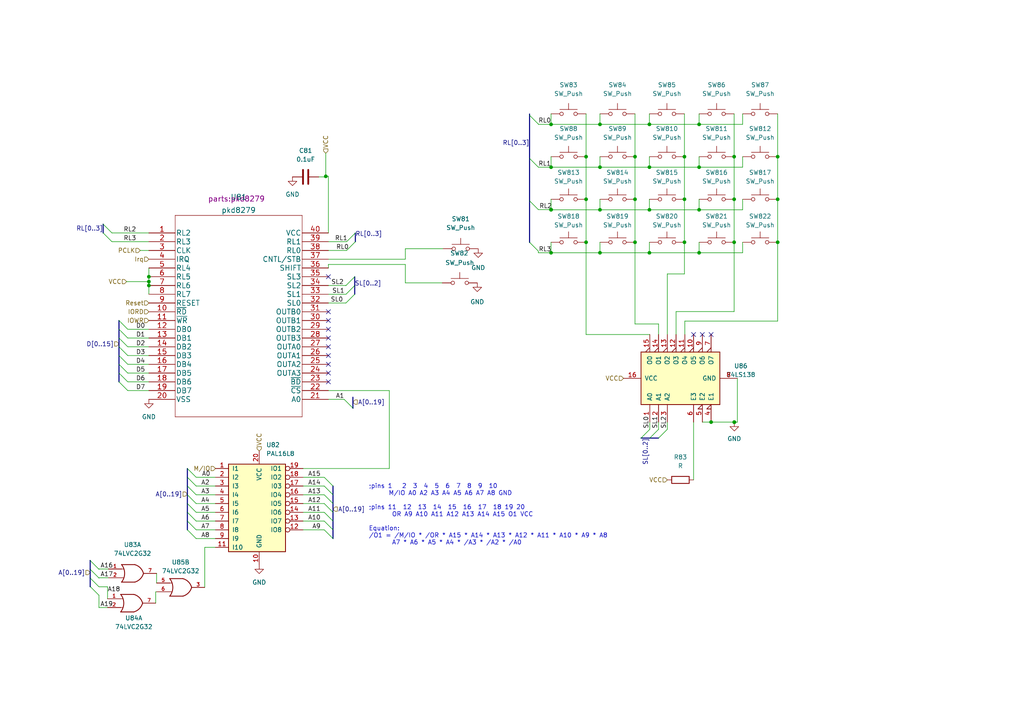
<source format=kicad_sch>
(kicad_sch (version 20211123) (generator eeschema)
  (paper "A4")
  (lib_symbols
    (symbol "74xGxx:74LVC2G32" (pin_names (offset 1.016))
      (property "Reference" "U" (at -2.54 3.81 0))
      (property "Value" "74LVC2G32" (at 0 -3.81 0))
      (symbol "74LVC2G32_0_1"
        (arc (start -3.81 -2.54) (mid -2.919 0) (end -3.81 2.54) (stroke (width 0.254)))
        (arc (start 0 -2.54) (mid 1.5993 -1.6027) (end 2.54 0) (stroke (width 0.254)))
        (polyline (pts (xy -3.81 -1.27) (xy -3.175 -1.27)))
        (polyline (pts (xy -3.81 1.27) (xy -3.175 1.27)))
        (polyline (pts (xy 0 -2.54) (xy -3.81 -2.54)) (stroke (width 0.254)) (fill (type background)))
        (polyline (pts (xy 0 2.54) (xy -3.81 2.54)) (stroke (width 0.254)) (fill (type background)))
        (arc (start 2.54 0) (mid 1.6119 1.6152) (end 0 2.54) (stroke (width 0.254)))
        (pin power_in line (at 0 -2.54 270) (length 0) hide (name "GND") (number "4"))
        (pin power_in line (at 0 2.54 90) (length 0) hide (name "VCC") (number "8"))
      )
      (symbol "74LVC2G32_1_1"
        (pin input line (at -7.62 1.27 0) (length 3.81) (name "~") (number "1"))
        (pin input line (at -7.62 -1.27 0) (length 3.81) (name "~") (number "2"))
        (pin output line (at 6.35 0 180) (length 3.81) (name "~") (number "7"))
      )
      (symbol "74LVC2G32_2_1"
        (pin output line (at 6.35 0 180) (length 3.81) (name "~") (number "3"))
        (pin input line (at -7.62 1.27 0) (length 3.81) (name "~") (number "5"))
        (pin input line (at -7.62 -1.27 0) (length 3.81) (name "~") (number "6"))
      )
    )
    (symbol "74xx:74LS138" (pin_names (offset 1.016))
      (property "Reference" "U" (at -7.62 11.43 0))
      (property "Value" "74LS138" (at -7.62 -13.97 0))
      (symbol "74LS138_1_0"
        (pin input line (at -12.7 7.62 0) (length 5.08) (name "A0") (number "1"))
        (pin output output_low (at 12.7 -5.08 180) (length 5.08) (name "O5") (number "10"))
        (pin output output_low (at 12.7 -2.54 180) (length 5.08) (name "O4") (number "11"))
        (pin output output_low (at 12.7 0 180) (length 5.08) (name "O3") (number "12"))
        (pin output output_low (at 12.7 2.54 180) (length 5.08) (name "O2") (number "13"))
        (pin output output_low (at 12.7 5.08 180) (length 5.08) (name "O1") (number "14"))
        (pin output output_low (at 12.7 7.62 180) (length 5.08) (name "O0") (number "15"))
        (pin power_in line (at 0 15.24 270) (length 5.08) (name "VCC") (number "16"))
        (pin input line (at -12.7 5.08 0) (length 5.08) (name "A1") (number "2"))
        (pin input line (at -12.7 2.54 0) (length 5.08) (name "A2") (number "3"))
        (pin input input_low (at -12.7 -10.16 0) (length 5.08) (name "E1") (number "4"))
        (pin input input_low (at -12.7 -7.62 0) (length 5.08) (name "E2") (number "5"))
        (pin input line (at -12.7 -5.08 0) (length 5.08) (name "E3") (number "6"))
        (pin output output_low (at 12.7 -10.16 180) (length 5.08) (name "O7") (number "7"))
        (pin power_in line (at 0 -17.78 90) (length 5.08) (name "GND") (number "8"))
        (pin output output_low (at 12.7 -7.62 180) (length 5.08) (name "O6") (number "9"))
      )
      (symbol "74LS138_1_1"
        (rectangle (start -7.62 10.16) (end 7.62 -12.7) (stroke (width 0.254)) (fill (type background)))
      )
    )
    (symbol "Device:C" (pin_numbers hide) (pin_names (offset 0.254))
      (property "Reference" "C" (at 0.635 2.54 0))
      (property "Value" "C" (at 0.635 -2.54 0))
      (symbol "C_0_1"
        (polyline (pts (xy -2.032 -0.762) (xy 2.032 -0.762)) (stroke (width 0.508)))
        (polyline (pts (xy -2.032 0.762) (xy 2.032 0.762)) (stroke (width 0.508)))
      )
      (symbol "C_1_1"
        (pin passive line (at 0 3.81 270) (length 2.794) (name "~") (number "1"))
        (pin passive line (at 0 -3.81 90) (length 2.794) (name "~") (number "2"))
      )
    )
    (symbol "Device:R" (pin_numbers hide) (pin_names (offset 0))
      (property "Reference" "R" (at 2.032 0 90))
      (property "Value" "R" (at 0 0 90))
      (symbol "R_0_1"
        (rectangle (start -1.016 -2.54) (end 1.016 2.54) (stroke (width 0.254)))
      )
      (symbol "R_1_1"
        (pin passive line (at 0 3.81 270) (length 1.27) (name "~") (number "1"))
        (pin passive line (at 0 -3.81 90) (length 1.27) (name "~") (number "2"))
      )
    )
    (symbol "Logic_Programmable:PAL16L8" (pin_names (offset 1.016))
      (property "Reference" "U" (at -8.89 16.51 0))
      (property "Value" "PAL16L8" (at 1.27 16.51 0))
      (symbol "PAL16L8_0_0"
        (pin power_in line (at 0 -15.24 90) (length 3.81) (name "GND") (number "10"))
        (pin power_in line (at 0 17.78 270) (length 3.81) (name "VCC") (number "20"))
      )
      (symbol "PAL16L8_0_1"
        (rectangle (start -8.89 13.97) (end 7.62 -11.43) (stroke (width 0.254)) (fill (type background)))
      )
      (symbol "PAL16L8_1_1"
        (pin input line (at -12.7 12.7 0) (length 3.81) (name "I1") (number "1"))
        (pin input line (at -12.7 -10.16 0) (length 3.81) (name "I10") (number "11"))
        (pin tri_state inverted (at 12.7 -5.08 180) (length 5.08) (name "IO8") (number "12"))
        (pin tri_state inverted (at 12.7 -2.54 180) (length 5.08) (name "IO7") (number "13"))
        (pin tri_state inverted (at 12.7 0 180) (length 5.08) (name "IO6") (number "14"))
        (pin tri_state inverted (at 12.7 2.54 180) (length 5.08) (name "IO5") (number "15"))
        (pin tri_state inverted (at 12.7 5.08 180) (length 5.08) (name "IO4") (number "16"))
        (pin tri_state inverted (at 12.7 7.62 180) (length 5.08) (name "I03") (number "17"))
        (pin tri_state inverted (at 12.7 10.16 180) (length 5.08) (name "IO2") (number "18"))
        (pin tri_state inverted (at 12.7 12.7 180) (length 5.08) (name "IO1") (number "19"))
        (pin input line (at -12.7 10.16 0) (length 3.81) (name "I2") (number "2"))
        (pin input line (at -12.7 7.62 0) (length 3.81) (name "I3") (number "3"))
        (pin input line (at -12.7 5.08 0) (length 3.81) (name "I4") (number "4"))
        (pin input line (at -12.7 2.54 0) (length 3.81) (name "I5") (number "5"))
        (pin input line (at -12.7 0 0) (length 3.81) (name "I6") (number "6"))
        (pin input line (at -12.7 -2.54 0) (length 3.81) (name "I7") (number "7"))
        (pin input line (at -12.7 -5.08 0) (length 3.81) (name "I8") (number "8"))
        (pin input line (at -12.7 -7.62 0) (length 3.81) (name "I9") (number "9"))
      )
    )
    (symbol "Switch:SW_Push" (pin_numbers hide) (pin_names (offset 1.016) hide)
      (property "Reference" "SW" (at 1.27 2.54 0))
      (property "Value" "SW_Push" (at 0 -1.524 0))
      (symbol "SW_Push_0_1"
        (circle (center -2.032 0) (radius 0.508))
        (polyline (pts (xy 0 1.27) (xy 0 3.048)))
        (polyline (pts (xy 2.54 1.27) (xy -2.54 1.27)))
        (circle (center 2.032 0) (radius 0.508))
        (pin passive line (at -5.08 0 0) (length 2.54) (name "1") (number "1"))
        (pin passive line (at 5.08 0 180) (length 2.54) (name "2") (number "2"))
      )
    )
    (symbol "pkd8279:pkd8279" (pin_names (offset 0.254))
      (property "Reference" "U81" (at 26.035 10.414 0))
      (property "Value" "pkd8279" (at 26.035 6.604 0))
      (symbol "pkd8279_0_1"
        (rectangle (start 7.62 -53.34) (end 44.45 -53.34))
        (rectangle (start 7.62 5.08) (end 44.45 5.08))
      )
      (symbol "pkd8279_1_1"
        (polyline (pts (xy 7.62 5.08) (xy 7.62 -53.34)) (stroke (width 0.127)))
        (polyline (pts (xy 44.45 -53.34) (xy 44.45 5.08)) (stroke (width 0.127)))
        (pin input line (at 0 0 0) (length 7.62) (name "RL2") (number "1"))
        (pin input line (at 0 -22.86 0) (length 7.62) (name "~{RD}") (number "10"))
        (pin input line (at 0 -25.4 0) (length 7.62) (name "~{WR}") (number "11"))
        (pin bidirectional line (at 0 -27.94 0) (length 7.62) (name "DB0") (number "12"))
        (pin bidirectional line (at 0 -30.48 0) (length 7.62) (name "DB1") (number "13"))
        (pin bidirectional line (at 0 -33.02 0) (length 7.62) (name "DB2") (number "14"))
        (pin bidirectional line (at 0 -35.56 0) (length 7.62) (name "DB3") (number "15"))
        (pin bidirectional line (at 0 -38.1 0) (length 7.62) (name "DB4") (number "16"))
        (pin bidirectional line (at 0 -40.64 0) (length 7.62) (name "DB5") (number "17"))
        (pin bidirectional line (at 0 -43.18 0) (length 7.62) (name "DB6") (number "18"))
        (pin bidirectional line (at 0 -45.72 0) (length 7.62) (name "DB7") (number "19"))
        (pin input line (at 0 -2.54 0) (length 7.62) (name "RL3") (number "2"))
        (pin power_in line (at 0 -48.26 0) (length 7.62) (name "VSS") (number "20"))
        (pin input line (at 52.07 -48.26 180) (length 7.62) (name "A0") (number "21"))
        (pin input line (at 52.07 -45.72 180) (length 7.62) (name "~{CS}") (number "22"))
        (pin output line (at 52.07 -43.18 180) (length 7.62) (name "~{BD}") (number "23"))
        (pin output line (at 52.07 -40.64 180) (length 7.62) (name "OUTA3") (number "24"))
        (pin output line (at 52.07 -38.1 180) (length 7.62) (name "OUTA2") (number "25"))
        (pin output line (at 52.07 -35.56 180) (length 7.62) (name "OUTA1") (number "26"))
        (pin output line (at 52.07 -33.02 180) (length 7.62) (name "OUTA0") (number "27"))
        (pin output line (at 52.07 -30.48 180) (length 7.62) (name "OUTB3") (number "28"))
        (pin output line (at 52.07 -27.94 180) (length 7.62) (name "OUTB2") (number "29"))
        (pin input line (at 0 -5.08 0) (length 7.62) (name "CLK") (number "3"))
        (pin output line (at 52.07 -25.4 180) (length 7.62) (name "OUTB1") (number "30"))
        (pin output line (at 52.07 -22.86 180) (length 7.62) (name "OUTB0") (number "31"))
        (pin output line (at 52.07 -20.32 180) (length 7.62) (name "SL0") (number "32"))
        (pin output line (at 52.07 -17.78 180) (length 7.62) (name "SL1") (number "33"))
        (pin output line (at 52.07 -15.24 180) (length 7.62) (name "SL2") (number "34"))
        (pin output line (at 52.07 -12.7 180) (length 7.62) (name "SL3") (number "35"))
        (pin input line (at 52.07 -10.16 180) (length 7.62) (name "SHIFT") (number "36"))
        (pin input line (at 52.07 -7.62 180) (length 7.62) (name "CNTL/STB") (number "37"))
        (pin input line (at 52.07 -5.08 180) (length 7.62) (name "RL0") (number "38"))
        (pin input line (at 52.07 -2.54 180) (length 7.62) (name "RL1") (number "39"))
        (pin output line (at 0 -7.62 0) (length 7.62) (name "IRQ") (number "4"))
        (pin power_in line (at 52.07 0 180) (length 7.62) (name "VCC") (number "40"))
        (pin input line (at 0 -10.16 0) (length 7.62) (name "RL4") (number "5"))
        (pin input line (at 0 -12.7 0) (length 7.62) (name "RL5") (number "6"))
        (pin input line (at 0 -15.24 0) (length 7.62) (name "RL6") (number "7"))
        (pin input line (at 0 -17.78 0) (length 7.62) (name "RL7") (number "8"))
        (pin input line (at 0 -20.32 0) (length 7.62) (name "RESET") (number "9"))
      )
    )
    (symbol "power:GND" (power) (pin_names (offset 0))
      (property "Value" "GND" (at 0 -3.81 0))
      (symbol "GND_0_1"
        (polyline (pts (xy 0 0) (xy 0 -1.27) (xy 1.27 -1.27) (xy 0 -2.54) (xy -1.27 -1.27) (xy 0 -1.27)))
      )
      (symbol "GND_1_1"
        (pin power_in line (at 0 0 270) (length 0) hide (name "GND") (number "1"))
      )
    )
  )
  (junction (at 169.9861 57.7986))
  (junction (at 174.0157 36.0715))
  (junction (at 184.1757 70.2633))
  (junction (at 225.552 45.4443))
  (junction (at 198.5156 45.4443))
  (junction (at 174.0157 60.8501))
  (junction (at 212.929 45.4443))
  (junction (at 43.18 82.804))
  (junction (at 159.8261 48.4958))
  (junction (at 174.0157 73.3148))
  (junction (at 159.8261 60.79))
  (junction (at 188.3556 36.0715))
  (junction (at 212.9793 122.428))
  (junction (at 184.1757 45.4443))
  (junction (at 212.929 57.7986))
  (junction (at 202.769 73.3148))
  (junction (at 159.8261 73.3148))
  (junction (at 184.1757 57.7986))
  (junction (at 198.5156 57.7986))
  (junction (at 188.3556 48.4958))
  (junction (at 188.3556 73.3148))
  (junction (at 94.488 51.1456))
  (junction (at 169.9861 70.2633))
  (junction (at 225.552 57.7986))
  (junction (at 202.769 36.0715))
  (junction (at 225.552 70.2633))
  (junction (at 198.5156 70.2633))
  (junction (at 43.18 81.6815))
  (junction (at 43.18 80.264))
  (junction (at 174.0157 48.4958))
  (junction (at 188.3556 60.8501))
  (junction (at 206.248 122.428))
  (junction (at 202.769 60.8501))
  (junction (at 159.8261 60.8501))
  (junction (at 159.8261 36.0715))
  (junction (at 212.9793 122.4572))
  (junction (at 212.929 70.2633))
  (junction (at 202.769 48.4958))
  (junction (at 169.9861 45.4443))
  (no_connect (at 95.25 90.424))
  (no_connect (at 95.25 92.964))
  (no_connect (at 95.25 95.504))
  (no_connect (at 203.708 97.028))
  (no_connect (at 206.248 97.028))
  (no_connect (at 201.168 97.028))
  (no_connect (at 95.25 103.124))
  (no_connect (at 95.25 110.744))
  (no_connect (at 95.25 105.664))
  (no_connect (at 95.25 100.584))
  (no_connect (at 95.25 80.264))
  (no_connect (at 95.25 108.204))
  (no_connect (at 95.25 98.044))
  (bus_entry (at 34.5118 103.124) (size 2.54 2.54))
  (bus_entry (at 96.5818 143.51) (size -2.54 -2.54))
  (bus_entry (at 185.928 127.0613) (size 2.54 -2.54))
  (bus_entry (at 96.5818 156.21) (size -2.54 -2.54))
  (bus_entry (at 26.162 170.1161) (size 2.54 2.54))
  (bus_entry (at 34.5118 105.664) (size 2.54 2.54))
  (bus_entry (at 102.3551 118.364) (size -2.54 -2.54))
  (bus_entry (at 26.162 165.1186) (size 2.54 2.54))
  (bus_entry (at 34.5118 110.744) (size 2.54 2.54))
  (bus_entry (at 54.3467 143.51) (size 2.54 2.54))
  (bus_entry (at 34.5118 100.584) (size 2.54 2.54))
  (bus_entry (at 54.3467 151.13) (size 2.54 2.54))
  (bus_entry (at 34.5118 108.204) (size 2.54 2.54))
  (bus_entry (at 96.5818 153.67) (size -2.54 -2.54))
  (bus_entry (at 96.5818 148.59) (size -2.54 -2.54))
  (bus_entry (at 96.5818 140.97) (size -2.54 -2.54))
  (bus_entry (at 54.3467 138.43) (size 2.54 2.54))
  (bus_entry (at 54.3467 146.05) (size 2.54 2.54))
  (bus_entry (at 34.5118 95.504) (size 2.54 2.54))
  (bus_entry (at 103.0698 70.104) (size -2.54 2.54))
  (bus_entry (at 103.0698 67.564) (size -2.54 2.54))
  (bus_entry (at 153.5927 58.25) (size 2.54 2.54))
  (bus_entry (at 102.8779 85.344) (size -2.54 2.54))
  (bus_entry (at 29.9242 67.564) (size 2.54 2.54))
  (bus_entry (at 29.9242 65.024) (size 2.54 2.54))
  (bus_entry (at 26.162 167.6586) (size 2.54 2.54))
  (bus_entry (at 34.5118 98.044) (size 2.54 2.54))
  (bus_entry (at 26.162 162.5786) (size 2.54 2.54))
  (bus_entry (at 54.3467 148.59) (size 2.54 2.54))
  (bus_entry (at 34.5118 92.964) (size 2.54 2.54))
  (bus_entry (at 54.3467 135.89) (size 2.54 2.54))
  (bus_entry (at 96.5818 146.05) (size -2.54 -2.54))
  (bus_entry (at 96.5818 151.13) (size -2.54 -2.54))
  (bus_entry (at 153.5927 33.4416) (size 2.54 2.54))
  (bus_entry (at 153.5927 45.943) (size 2.54 2.54))
  (bus_entry (at 153.5927 70.284) (size 2.54 2.54))
  (bus_entry (at 188.468 127.0613) (size 2.54 -2.54))
  (bus_entry (at 191.008 127.0613) (size 2.54 -2.54))
  (bus_entry (at 102.8779 80.2776) (size -2.54 2.54))
  (bus_entry (at 54.3467 140.97) (size 2.54 2.54))
  (bus_entry (at 102.8779 82.8176) (size -2.54 2.54))
  (bus_entry (at 54.3467 153.67) (size 2.54 2.54))
  (wire (pts (xy 174.0157 36.0715) (xy 188.3556 36.0715)))
  (wire (pts (xy 159.8261 48.4958) (xy 174.0157 48.4958)))
  (bus (pts (xy 54.3467 146.05) (xy 54.3467 148.59)))
  (wire (pts (xy 212.9793 122.428) (xy 212.9793 122.4572)))
  (wire (pts (xy 184.1757 93.9607) (xy 191.008 93.9607)))
  (wire (pts (xy 174.0157 48.4958) (xy 188.3556 48.4958)))
  (wire (pts (xy 28.702 176.2121) (xy 31.1938 176.2121)))
  (bus (pts (xy 153.5927 70.284) (xy 153.6191 70.284)))
  (wire (pts (xy 95.25 67.564) (xy 95.25 51.1456)))
  (wire (pts (xy 56.8867 153.67) (xy 62.484 153.67)))
  (wire (pts (xy 37.0518 100.584) (xy 43.18 100.584)))
  (wire (pts (xy 174.0157 33.02) (xy 174.0157 36.0715)))
  (wire (pts (xy 188.3556 48.4958) (xy 202.769 48.4958)))
  (wire (pts (xy 37.0518 110.744) (xy 43.18 110.744)))
  (wire (pts (xy 56.8867 143.51) (xy 62.484 143.51)))
  (wire (pts (xy 95.25 70.104) (xy 100.5298 70.104)))
  (bus (pts (xy 54.3467 143.51) (xy 54.3467 146.05)))
  (wire (pts (xy 201.168 139.192) (xy 201.168 122.428)))
  (wire (pts (xy 156.1327 60.79) (xy 159.8261 60.79)))
  (wire (pts (xy 37.0518 108.204) (xy 43.18 108.204)))
  (wire (pts (xy 94.488 44.45) (xy 94.488 51.1456)))
  (bus (pts (xy 96.5818 153.67) (xy 96.5818 151.13)))
  (wire (pts (xy 198.5156 57.7986) (xy 198.5156 70.2633)))
  (wire (pts (xy 169.9861 57.7986) (xy 169.9861 70.2633)))
  (wire (pts (xy 184.1757 45.4443) (xy 184.1757 57.7986)))
  (wire (pts (xy 31.4478 165.0361) (xy 28.702 165.0361)))
  (wire (pts (xy 159.8261 33.02) (xy 159.8261 36.0715)))
  (bus (pts (xy 34.5118 95.504) (xy 34.5118 98.044)))
  (wire (pts (xy 184.1757 57.7986) (xy 184.1757 70.2633)))
  (wire (pts (xy 188.3556 45.4443) (xy 188.3556 48.4958)))
  (wire (pts (xy 202.769 70.2633) (xy 202.769 73.3148)))
  (bus (pts (xy 26.162 170.1161) (xy 26.162 170.18)))
  (wire (pts (xy 95.25 113.284) (xy 112.9196 113.284)))
  (bus (pts (xy 102.8779 80.2776) (xy 102.8779 82.8176)))
  (wire (pts (xy 184.1757 70.2633) (xy 184.1757 93.9607)))
  (wire (pts (xy 156.1327 48.4958) (xy 159.8261 48.4958)))
  (wire (pts (xy 213.868 122.4572) (xy 212.9793 122.4572)))
  (wire (pts (xy 188.3556 36.0715) (xy 202.769 36.0715)))
  (wire (pts (xy 191.008 124.5213) (xy 191.008 122.428)))
  (bus (pts (xy 188.468 127.0613) (xy 191.008 127.0613)))
  (wire (pts (xy 95.25 72.644) (xy 100.5298 72.644)))
  (wire (pts (xy 159.8261 36.0715) (xy 174.0157 36.0715)))
  (wire (pts (xy 198.5156 33.02) (xy 198.5156 45.4443)))
  (wire (pts (xy 94.488 51.308) (xy 92.456 51.308)))
  (wire (pts (xy 202.769 36.0715) (xy 215.392 36.0715)))
  (wire (pts (xy 202.769 57.7986) (xy 202.769 60.8501)))
  (bus (pts (xy 102.3551 115.2171) (xy 102.3551 118.364)))
  (bus (pts (xy 54.3467 135.89) (xy 54.3467 138.43)))
  (wire (pts (xy 117.5659 75.184) (xy 117.5659 72.1422)))
  (wire (pts (xy 117.566 76.708) (xy 117.566 82.042)))
  (wire (pts (xy 95.25 76.708) (xy 117.566 76.708)))
  (wire (pts (xy 159.8261 70.2633) (xy 159.8261 73.3148)))
  (bus (pts (xy 185.928 127.0613) (xy 188.468 127.0613)))
  (wire (pts (xy 94.0418 151.13) (xy 87.884 151.13)))
  (bus (pts (xy 34.5118 100.584) (xy 34.5118 103.124)))
  (wire (pts (xy 188.3556 33.02) (xy 188.3556 36.0715)))
  (wire (pts (xy 215.392 70.2633) (xy 215.392 73.3148)))
  (bus (pts (xy 96.5818 146.05) (xy 96.5818 143.51)))
  (bus (pts (xy 34.5118 105.664) (xy 34.5118 108.204)))
  (wire (pts (xy 94.0418 140.97) (xy 87.884 140.97)))
  (wire (pts (xy 37.0518 105.664) (xy 43.18 105.664)))
  (wire (pts (xy 112.9196 113.284) (xy 112.9196 135.89)))
  (wire (pts (xy 117.5659 72.1422) (xy 128.5456 72.1422)))
  (bus (pts (xy 153.5927 33.4416) (xy 153.5927 45.943)))
  (wire (pts (xy 225.552 93.1289) (xy 225.552 70.2633)))
  (wire (pts (xy 188.3556 70.2633) (xy 188.3556 73.3148)))
  (wire (pts (xy 169.9861 70.2633) (xy 169.9861 97.028)))
  (wire (pts (xy 202.769 33.02) (xy 202.769 36.0715)))
  (wire (pts (xy 37.0518 103.124) (xy 43.18 103.124)))
  (wire (pts (xy 28.702 170.1986) (xy 31.1938 170.1986)))
  (wire (pts (xy 94.0418 143.51) (xy 87.884 143.51)))
  (wire (pts (xy 169.9861 45.4443) (xy 169.9861 57.7986)))
  (bus (pts (xy 26.162 165.1186) (xy 26.162 167.6586)))
  (bus (pts (xy 153.5927 45.943) (xy 153.5927 58.25)))
  (wire (pts (xy 37.0518 98.044) (xy 43.18 98.044)))
  (wire (pts (xy 56.8867 138.43) (xy 62.484 138.43)))
  (bus (pts (xy 96.5818 156.21) (xy 96.5818 153.67)))
  (wire (pts (xy 196.088 90.3713) (xy 196.088 97.028)))
  (wire (pts (xy 43.18 81.6815) (xy 43.18 82.804)))
  (bus (pts (xy 96.5818 148.59) (xy 96.5818 146.05)))
  (wire (pts (xy 202.769 48.4958) (xy 215.392 48.4958)))
  (wire (pts (xy 206.248 122.428) (xy 212.9793 122.428)))
  (wire (pts (xy 193.548 79.4509) (xy 198.5156 79.4509)))
  (bus (pts (xy 54.3467 151.13) (xy 54.3467 153.67)))
  (wire (pts (xy 174.0157 70.2633) (xy 174.0157 73.3148)))
  (wire (pts (xy 32.4642 70.104) (xy 43.18 70.104)))
  (wire (pts (xy 212.929 90.3713) (xy 212.929 70.2633)))
  (wire (pts (xy 94.0418 146.05) (xy 87.884 146.05)))
  (bus (pts (xy 153.5927 33.0739) (xy 153.5927 33.4416)))
  (wire (pts (xy 198.5156 45.4443) (xy 198.5156 57.7986)))
  (wire (pts (xy 202.769 73.3148) (xy 215.392 73.3148)))
  (wire (pts (xy 174.0157 73.3148) (xy 188.3556 73.3148)))
  (wire (pts (xy 188.468 124.5213) (xy 188.468 122.428)))
  (bus (pts (xy 54.3467 138.43) (xy 54.3467 140.97)))
  (wire (pts (xy 56.8867 140.97) (xy 62.484 140.97)))
  (wire (pts (xy 37.0518 95.504) (xy 43.18 95.504)))
  (wire (pts (xy 169.9861 97.028) (xy 188.468 97.028)))
  (wire (pts (xy 156.1327 48.4958) (xy 156.1327 48.483)))
  (bus (pts (xy 29.9242 65.024) (xy 29.9242 67.564)))
  (wire (pts (xy 159.8261 45.4443) (xy 159.8261 48.4958)))
  (wire (pts (xy 188.3556 73.3148) (xy 202.769 73.3148)))
  (wire (pts (xy 112.9196 135.89) (xy 87.884 135.89)))
  (wire (pts (xy 212.929 45.4443) (xy 212.929 57.7986)))
  (bus (pts (xy 96.5818 143.51) (xy 96.5818 140.97)))
  (wire (pts (xy 56.8867 151.13) (xy 62.484 151.13)))
  (bus (pts (xy 102.8779 82.8176) (xy 102.8779 85.344)))
  (wire (pts (xy 193.548 124.5213) (xy 193.548 122.428)))
  (wire (pts (xy 94.488 51.1456) (xy 94.488 51.308)))
  (wire (pts (xy 59.3878 170.3701) (xy 59.3878 158.75)))
  (wire (pts (xy 59.3878 158.75) (xy 62.484 158.75)))
  (wire (pts (xy 159.8261 60.79) (xy 159.8261 60.8501)))
  (bus (pts (xy 96.5818 151.13) (xy 96.5818 148.59)))
  (wire (pts (xy 198.628 97.028) (xy 198.628 93.1289)))
  (wire (pts (xy 156.1327 36.0715) (xy 156.1327 35.9816)))
  (wire (pts (xy 56.8867 156.21) (xy 62.484 156.21)))
  (wire (pts (xy 159.8261 60.8501) (xy 174.0157 60.8501)))
  (wire (pts (xy 45.1638 171.6401) (xy 45.4178 171.6401)))
  (wire (pts (xy 212.929 33.02) (xy 212.929 45.4443)))
  (wire (pts (xy 203.708 122.428) (xy 206.248 122.428)))
  (wire (pts (xy 212.929 57.7986) (xy 212.929 70.2633)))
  (wire (pts (xy 95.25 51.1456) (xy 94.488 51.1456)))
  (wire (pts (xy 45.4178 166.3061) (xy 45.4178 169.1001)))
  (wire (pts (xy 159.8261 73.3148) (xy 174.0157 73.3148)))
  (wire (pts (xy 94.0418 148.59) (xy 87.884 148.59)))
  (wire (pts (xy 31.4478 167.5761) (xy 28.702 167.5761)))
  (wire (pts (xy 37.0518 113.284) (xy 43.18 113.284)))
  (bus (pts (xy 103.0698 67.564) (xy 103.0698 70.104)))
  (wire (pts (xy 95.25 115.824) (xy 99.8151 115.824)))
  (wire (pts (xy 169.9861 33.02) (xy 169.9861 45.4443)))
  (wire (pts (xy 213.868 109.728) (xy 213.868 122.4572)))
  (wire (pts (xy 28.702 165.0361) (xy 28.702 165.1186)))
  (wire (pts (xy 198.628 93.1289) (xy 225.552 93.1289)))
  (wire (pts (xy 196.088 90.3713) (xy 212.929 90.3713)))
  (wire (pts (xy 188.3556 57.7986) (xy 188.3556 60.8501)))
  (wire (pts (xy 202.769 60.8501) (xy 215.392 60.8501)))
  (wire (pts (xy 193.548 79.4509) (xy 193.548 97.028)))
  (wire (pts (xy 40.677 72.644) (xy 43.18 72.644)))
  (wire (pts (xy 45.1638 174.9421) (xy 45.1638 171.6401)))
  (bus (pts (xy 26.162 162.5786) (xy 26.162 165.1186)))
  (wire (pts (xy 225.552 70.2633) (xy 225.552 57.7986)))
  (wire (pts (xy 95.25 85.344) (xy 100.3379 85.344)))
  (bus (pts (xy 102.3551 118.364) (xy 102.4042 118.364)))
  (wire (pts (xy 95.25 82.804) (xy 100.3379 82.804)))
  (wire (pts (xy 94.0418 138.43) (xy 87.884 138.43)))
  (wire (pts (xy 159.8261 36.0715) (xy 156.1327 36.0715)))
  (wire (pts (xy 95.25 75.184) (xy 117.5659 75.184)))
  (wire (pts (xy 215.392 45.4443) (xy 215.392 48.4958)))
  (bus (pts (xy 34.5118 103.124) (xy 34.5118 105.664)))
  (wire (pts (xy 100.3379 85.344) (xy 100.3379 85.3576)))
  (bus (pts (xy 153.5927 58.25) (xy 153.5927 70.284)))
  (wire (pts (xy 56.8867 146.05) (xy 62.484 146.05)))
  (wire (pts (xy 28.702 172.6561) (xy 28.702 176.2121)))
  (wire (pts (xy 188.3556 60.8501) (xy 202.769 60.8501)))
  (wire (pts (xy 36.7217 81.6815) (xy 43.18 81.6815)))
  (bus (pts (xy 54.3467 148.59) (xy 54.3467 151.13)))
  (wire (pts (xy 95.25 77.724) (xy 95.25 76.708)))
  (wire (pts (xy 43.18 82.804) (xy 43.18 85.344)))
  (wire (pts (xy 198.5156 79.4509) (xy 198.5156 70.2633)))
  (bus (pts (xy 26.162 162.56) (xy 26.162 162.5786)))
  (wire (pts (xy 174.0157 45.4443) (xy 174.0157 48.4958)))
  (bus (pts (xy 26.162 167.6586) (xy 26.162 170.1161)))
  (wire (pts (xy 156.1327 73.3148) (xy 156.1327 72.824)))
  (wire (pts (xy 28.702 167.5761) (xy 28.702 167.6586)))
  (wire (pts (xy 43.18 77.724) (xy 43.18 80.264)))
  (wire (pts (xy 225.552 57.7986) (xy 225.552 45.4443)))
  (wire (pts (xy 202.769 45.4443) (xy 202.769 48.4958)))
  (wire (pts (xy 100.3379 82.804) (xy 100.3379 82.8176)))
  (wire (pts (xy 43.18 81.6815) (xy 43.18 80.264)))
  (wire (pts (xy 225.552 45.4443) (xy 225.552 33.02)))
  (bus (pts (xy 34.5118 92.964) (xy 34.5118 95.504)))
  (bus (pts (xy 34.5118 98.044) (xy 34.5118 100.584)))
  (wire (pts (xy 159.8261 73.3148) (xy 156.1327 73.3148)))
  (bus (pts (xy 34.5118 108.204) (xy 34.5118 110.744)))
  (wire (pts (xy 56.8867 148.59) (xy 62.484 148.59)))
  (wire (pts (xy 95.25 87.884) (xy 100.3379 87.884)))
  (wire (pts (xy 184.1757 33.02) (xy 184.1757 45.4443)))
  (wire (pts (xy 117.566 82.042) (xy 128.27 82.042)))
  (wire (pts (xy 215.392 33.02) (xy 215.392 36.0715)))
  (wire (pts (xy 94.0418 153.67) (xy 87.884 153.67)))
  (wire (pts (xy 215.392 57.7986) (xy 215.392 60.8501)))
  (wire (pts (xy 174.0157 60.8501) (xy 188.3556 60.8501)))
  (wire (pts (xy 174.0157 57.7986) (xy 174.0157 60.8501)))
  (wire (pts (xy 191.008 93.9607) (xy 191.008 97.028)))
  (wire (pts (xy 32.4642 67.564) (xy 43.18 67.564)))
  (wire (pts (xy 159.8261 57.7986) (xy 159.8261 60.79)))
  (wire (pts (xy 31.1938 170.1986) (xy 31.1938 173.6721)))
  (bus (pts (xy 54.3467 140.97) (xy 54.3467 143.51)))
  (text ";pins 1   2  3  4  5  6  7  8  9  10\n	 M/IO A0 A2 A3 A4 A5 A6 A7 A8 GND\n\n;pins 11  12  13  14  15  16  17  18 19 20\n	  OR A9 A10 A11 A12 A13 A14 A15 O1 VCC \n\nEquation:\n/O1 = /M/IO * /OR * A15 * A14 * A13 * A12 * A11 * A10 * A9 * A8\n	  A7 * A6 * A5 * A4 * /A3 * /A2 * /A0\n" (at 106.934 158.242 0) (effects (font (size 1.27 1.27)) (justify left bottom)))
  (label "RL[0..3]" (at 103.0698 68.8601 0))
  (label "RL[0..3]" (at 153.5927 42.4631 180))
  (label "A18" (at 31.1938 171.912 0))
  (label "SL2" (at 96.0611 82.804 0))
  (label "RL2" (at 35.8182 67.564 0))
  (label "RL2" (at 156.3947 60.79 0))
  (label "D5" (at 39.4448 108.204 0))
  (label "RL3" (at 35.8182 70.104 0))
  (label "RL[0..3]" (at 29.9242 67.3082 180))
  (label "SL0" (at 95.8772 87.884 0))
  (label "SL2" (at 193.548 124.3045 90))
  (label "A13" (at 93.0316 143.51 180))
  (label "A8" (at 58.3177 156.21 0))
  (label "A9" (at 93.0316 153.67 180))
  (label "A16" (at 29.099 165.0361 0))
  (label "D1" (at 39.4448 98.044 0))
  (label "SL1" (at 191.008 124.3045 90))
  (label "A6" (at 58.3177 151.13 0))
  (label "D0" (at 39.4448 95.504 0))
  (label "A10" (at 93.0316 151.13 180))
  (label "A14" (at 93.0316 140.97 180))
  (label "SL0" (at 188.468 124.3045 90))
  (label "A4" (at 58.3177 146.05 0))
  (label "A1" (at 97.3638 115.824 0))
  (label "D7" (at 39.4448 113.284 0))
  (label "RL1" (at 156.1327 48.4958 0))
  (label "RL0" (at 156.1327 35.9816 0))
  (label "A17" (at 29.099 167.5761 0))
  (label "A12" (at 93.0316 146.05 180))
  (label "RL1" (at 97.1133 70.104 0))
  (label "A2" (at 58.3177 140.97 0))
  (label "SL[0..2]" (at 102.8779 83.2285 0))
  (label "A7" (at 58.3177 153.67 0))
  (label "A15" (at 93.0316 138.43 180))
  (label "D3" (at 39.4448 103.124 0))
  (label "A3" (at 58.3177 143.51 0))
  (label "SL[0..2]" (at 188.2937 127.0613 270))
  (label "A5" (at 58.3177 148.59 0))
  (label "A0" (at 58.5384 138.43 0))
  (label "A11" (at 93.0316 148.59 180))
  (label "D6" (at 39.4448 110.744 0))
  (label "D2" (at 39.4448 100.584 0))
  (label "RL3" (at 156.2292 73.3148 0))
  (label "D4" (at 39.4448 105.664 0))
  (label "A19" (at 29.0664 176.2121 0))
  (label "RL0" (at 97.481 72.644 0))
  (label "SL1" (at 96.3184 85.344 0))
  (hierarchical_label "IOWR" (shape input) (at 43.18 92.964 180))
  (hierarchical_label "A[0..19]" (shape input) (at 102.3551 116.6177 0))
  (hierarchical_label "IORD" (shape input) (at 43.18 90.424 180))
  (hierarchical_label "M{slash}IO" (shape input) (at 62.484 135.89 180))
  (hierarchical_label "Irq" (shape input) (at 43.18 75.184 180))
  (hierarchical_label "D[0..15]" (shape input) (at 34.5118 99.7547 180))
  (hierarchical_label "VCC" (shape input) (at 180.848 109.728 180))
  (hierarchical_label "VCC" (shape input) (at 94.488 44.45 90))
  (hierarchical_label "VCC" (shape input) (at 36.7217 81.6815 180))
  (hierarchical_label "A[0..19]" (shape input) (at 26.162 166.064 180))
  (hierarchical_label "VCC" (shape input) (at 193.548 139.192 180))
  (hierarchical_label "A[0..19]" (shape input) (at 54.3467 143.3057 180))
  (hierarchical_label "VCC" (shape input) (at 75.184 130.81 90))
  (hierarchical_label "PCLK" (shape input) (at 40.677 72.644 180))
  (hierarchical_label "A[0..19]" (shape input) (at 96.5818 147.6685 0))
  (hierarchical_label "Reset" (shape input) (at 43.18 87.884 180))
  (symbol (lib_id "power:GND") (at 43.18 115.824 0) (unit 1)
    (property "Reference" "#PWR0143" (effects hide))
    (property "Value" "GND" (at 43.18 120.904 0))
  )
  (symbol (lib_id "Switch:SW_Push") (at 164.9061 33.02 0) (unit 1)
    (property "Reference" "SW83" (at 164.9061 24.638 0))
    (property "Value" "SW_Push" (at 164.9061 27.178 0))
    (property "Footprint" "Button_Switch_THT:SW_Tactile_Straight_KSA0Axx1LFTR" (effects hide))
  )
  (symbol (lib_id "Logic_Programmable:PAL16L8") (at 75.184 148.59 0) (unit 1)
    (property "Reference" "U82" (at 77.2034 129.032 0) (effects (justify left)))
    (property "Value" "PAL16L8" (at 77.2034 131.572 0) (effects (justify left)))
    (property "Footprint" "Package_DIP:DIP-20_W7.62mm" (effects hide))
  )
  (symbol (lib_id "Switch:SW_Push") (at 179.0957 57.7986 0) (unit 1)
    (property "Reference" "SW814" (at 179.0957 50.038 0))
    (property "Value" "SW_Push" (at 179.0957 52.578 0))
    (property "Footprint" "Button_Switch_THT:SW_Tactile_Straight_KSA0Axx1LFTR" (effects hide))
  )
  (symbol (lib_id "Switch:SW_Push") (at 193.4356 70.2633 0) (unit 1)
    (property "Reference" "SW820" (at 193.4356 62.738 0))
    (property "Value" "SW_Push" (at 193.4356 65.278 0))
    (property "Footprint" "Button_Switch_THT:SW_Tactile_Straight_KSA0Axx1LFTR" (effects hide))
  )
  (symbol (lib_id "power:GND") (at 138.7056 72.1422 0) (unit 1)
    (property "Reference" "#PWR0159" (effects hide))
    (property "Value" "GND" (at 138.7056 77.6576 0))
  )
  (symbol (lib_id "Switch:SW_Push") (at 164.9061 57.7986 0) (unit 1)
    (property "Reference" "SW813" (at 164.9061 50.038 0))
    (property "Value" "SW_Push" (at 164.9061 52.578 0))
    (property "Footprint" "Button_Switch_THT:SW_Tactile_Straight_KSA0Axx1LFTR" (effects hide))
  )
  (symbol (lib_id "Switch:SW_Push") (at 193.4356 33.02 0) (unit 1)
    (property "Reference" "SW85" (at 193.4356 24.638 0))
    (property "Value" "SW_Push" (at 193.4356 27.178 0))
    (property "Footprint" "Button_Switch_THT:SW_Tactile_Straight_KSA0Axx1LFTR" (effects hide))
  )
  (symbol (lib_id "power:GND") (at 75.184 163.83 0) (unit 1)
    (property "Reference" "#PWR0144" (effects hide))
    (property "Value" "GND" (at 75.184 168.91 0))
  )
  (symbol (lib_id "Switch:SW_Push") (at 179.0957 70.2633 0) (unit 1)
    (property "Reference" "SW819" (at 179.0957 62.738 0))
    (property "Value" "SW_Push" (at 179.0957 65.278 0))
    (property "Footprint" "Button_Switch_THT:SW_Tactile_Straight_KSA0Axx1LFTR" (effects hide))
  )
  (symbol (lib_id "74xGxx:74LVC2G32") (at 53.0378 170.3701 0) (unit 2)
    (property "Reference" "U85" (at 52.4028 163.068 0))
    (property "Value" "74LVC2G32" (at 52.4028 165.608 0))
    (property "Footprint" "Package_SO:SSOP-8_2.95x2.8mm_P0.65mm" (effects hide))
    (property "Datasheet" "http://www.ti.com/lit/sg/scyt129e/scyt129e.pdf" (effects hide))
  )
  (symbol (lib_id "Switch:SW_Push") (at 179.0957 45.4443 0) (unit 1)
    (property "Reference" "SW89" (at 179.0957 37.338 0))
    (property "Value" "SW_Push" (at 179.0957 39.878 0))
    (property "Footprint" "Button_Switch_THT:SW_Tactile_Straight_KSA0Axx1LFTR" (effects hide))
  )
  (symbol (lib_id "pkd8279:pkd8279") (at 43.18 67.564 0) (unit 1)
    (property "Reference" "U81" (at 69.215 57.15 0) (effects (font (size 1.524 1.524))))
    (property "Value" "pkd8279" (at 69.215 60.96 0) (effects (font (size 1.524 1.524))))
    (property "Footprint" "parts:pkd8279" (at 68.58 57.658 0) (effects (font (size 1.524 1.524))))
  )
  (symbol (lib_id "Switch:SW_Push") (at 193.4356 45.4443 0) (unit 1)
    (property "Reference" "SW810" (at 193.4356 37.338 0))
    (property "Value" "SW_Push" (at 193.4356 39.878 0))
    (property "Footprint" "Button_Switch_THT:SW_Tactile_Straight_KSA0Axx1LFTR" (effects hide))
  )
  (symbol (lib_id "Switch:SW_Push") (at 164.9061 45.4443 0) (unit 1)
    (property "Reference" "SW88" (at 164.9061 37.338 0))
    (property "Value" "SW_Push" (at 164.9061 39.878 0))
    (property "Footprint" "Button_Switch_THT:SW_Tactile_Straight_KSA0Axx1LFTR" (effects hide))
  )
  (symbol (lib_id "Device:C") (at 88.646 51.308 90) (unit 1)
    (property "Reference" "C81" (at 88.646 43.688 90))
    (property "Value" "0.1uF" (at 88.646 46.228 90))
    (property "Footprint" "Capacitor_THT:C_Axial_L3.8mm_D2.6mm_P7.50mm_Horizontal" (effects hide))
  )
  (symbol (lib_id "Switch:SW_Push") (at 193.4356 57.7986 0) (unit 1)
    (property "Reference" "SW815" (at 193.4356 50.038 0))
    (property "Value" "SW_Push" (at 193.4356 52.578 0))
    (property "Footprint" "Button_Switch_THT:SW_Tactile_Straight_KSA0Axx1LFTR" (effects hide))
  )
  (symbol (lib_id "Switch:SW_Push") (at 207.849 70.2633 0) (unit 1)
    (property "Reference" "SW821" (at 207.849 62.738 0))
    (property "Value" "SW_Push" (at 207.849 65.278 0))
    (property "Footprint" "Button_Switch_THT:SW_Tactile_Straight_KSA0Axx1LFTR" (effects hide))
  )
  (symbol (lib_id "74xx:74LS138") (at 196.088 109.728 90) (unit 1)
    (property "Reference" "U86" (at 214.884 106.1466 90))
    (property "Value" "74LS138" (at 214.884 108.6866 90))
    (property "Footprint" "Package_DIP:DIP-16_W7.62mm" (effects hide))
    (property "Datasheet" "http://www.ti.com/lit/gpn/sn74LS138" (effects hide))
  )
  (symbol (lib_id "Switch:SW_Push") (at 179.0957 33.02 0) (unit 1)
    (property "Reference" "SW84" (at 179.0957 24.638 0))
    (property "Value" "SW_Push" (at 179.0957 27.178 0))
    (property "Footprint" "Button_Switch_THT:SW_Tactile_Straight_KSA0Axx1LFTR" (effects hide))
  )
  (symbol (lib_id "Switch:SW_Push") (at 133.35 82.042 0) (unit 1)
    (property "Reference" "SW82" (at 133.2311 73.4358 0))
    (property "Value" "SW_Push" (at 133.35 76.2 0))
    (property "Footprint" "Button_Switch_THT:SW_Tactile_Straight_KSA0Axx1LFTR" (effects hide))
  )
  (symbol (lib_id "Switch:SW_Push") (at 207.849 33.02 0) (unit 1)
    (property "Reference" "SW86" (at 207.849 24.638 0))
    (property "Value" "SW_Push" (at 207.849 27.178 0))
    (property "Footprint" "Button_Switch_THT:SW_Tactile_Straight_KSA0Axx1LFTR" (effects hide))
  )
  (symbol (lib_id "Device:R") (at 197.358 139.192 270) (unit 1)
    (property "Reference" "R83" (at 197.358 132.588 90))
    (property "Value" "R" (at 197.358 135.128 90))
    (property "Footprint" "Resistor_THT:R_Axial_DIN0204_L3.6mm_D1.6mm_P1.90mm_Vertical" (effects hide))
  )
  (symbol (lib_id "Switch:SW_Push") (at 220.472 57.7986 0) (unit 1)
    (property "Reference" "SW817" (at 220.472 50.038 0))
    (property "Value" "SW_Push" (at 220.472 52.578 0))
    (property "Footprint" "Button_Switch_THT:SW_Tactile_Straight_KSA0Axx1LFTR" (effects hide))
  )
  (symbol (lib_id "power:GND") (at 84.836 51.308 0) (unit 1)
    (property "Reference" "#PWR0145" (effects hide))
    (property "Value" "GND" (at 84.836 56.388 0))
  )
  (symbol (lib_id "Switch:SW_Push") (at 220.472 70.2633 0) (unit 1)
    (property "Reference" "SW822" (at 220.472 62.738 0))
    (property "Value" "SW_Push" (at 220.472 65.278 0))
    (property "Footprint" "Button_Switch_THT:SW_Tactile_Straight_KSA0Axx1LFTR" (effects hide))
  )
  (symbol (lib_id "Switch:SW_Push") (at 220.472 33.02 0) (unit 1)
    (property "Reference" "SW87" (at 220.472 24.638 0))
    (property "Value" "SW_Push" (at 220.472 27.178 0))
    (property "Footprint" "Button_Switch_THT:SW_Tactile_Straight_KSA0Axx1LFTR" (effects hide))
  )
  (symbol (lib_id "Switch:SW_Push") (at 220.472 45.4443 0) (unit 1)
    (property "Reference" "SW812" (at 220.472 37.338 0))
    (property "Value" "SW_Push" (at 220.472 39.878 0))
    (property "Footprint" "Button_Switch_THT:SW_Tactile_Straight_KSA0Axx1LFTR" (effects hide))
  )
  (symbol (lib_id "power:GND") (at 138.43 82.042 0) (unit 1)
    (property "Reference" "#PWR0158" (effects hide))
    (property "Value" "GND" (at 138.43 87.5574 0))
  )
  (symbol (lib_id "Switch:SW_Push") (at 164.9061 70.2633 0) (unit 1)
    (property "Reference" "SW818" (at 164.9061 62.738 0))
    (property "Value" "SW_Push" (at 164.9061 65.278 0))
    (property "Footprint" "Button_Switch_THT:SW_Tactile_Straight_KSA0Axx1LFTR" (effects hide))
  )
  (symbol (lib_id "Switch:SW_Push") (at 133.6256 72.1422 0) (unit 1)
    (property "Reference" "SW81" (at 133.6256 63.5 0))
    (property "Value" "SW_Push" (at 133.6256 66.04 0))
    (property "Footprint" "Button_Switch_THT:SW_Tactile_Straight_KSA0Axx1LFTR" (effects hide))
  )
  (symbol (lib_id "Switch:SW_Push") (at 207.849 57.7986 0) (unit 1)
    (property "Reference" "SW816" (at 207.849 50.038 0))
    (property "Value" "SW_Push" (at 207.849 52.578 0))
    (property "Footprint" "Button_Switch_THT:SW_Tactile_Straight_KSA0Axx1LFTR" (effects hide))
  )
  (symbol (lib_id "74xGxx:74LVC2G32") (at 39.0678 166.3061 0) (unit 1)
    (property "Reference" "U83" (at 38.4328 157.988 0))
    (property "Value" "74LVC2G32" (at 38.4328 160.528 0))
    (property "Footprint" "Package_SO:SSOP-8_2.95x2.8mm_P0.65mm" (effects hide))
    (property "Datasheet" "http://www.ti.com/lit/sg/scyt129e/scyt129e.pdf" (effects hide))
  )
  (symbol (lib_id "74xGxx:74LVC2G32") (at 38.8138 174.9421 0) (unit 1)
    (property "Reference" "U84" (at 38.8138 179.2601 0))
    (property "Value" "74LVC2G32" (at 38.8138 181.8001 0))
    (property "Footprint" "Package_SO:SSOP-8_2.95x2.8mm_P0.65mm" (effects hide))
    (property "Datasheet" "http://www.ti.com/lit/sg/scyt129e/scyt129e.pdf" (effects hide))
  )
  (symbol (lib_id "power:GND") (at 212.9793 122.4572 0) (unit 1)
    (property "Reference" "#PWR0146" (effects hide))
    (property "Value" "GND" (at 212.9793 127.254 0))
  )
  (symbol (lib_id "Switch:SW_Push") (at 207.849 45.4443 0) (unit 1)
    (property "Reference" "SW811" (at 207.849 37.338 0))
    (property "Value" "SW_Push" (at 207.849 39.878 0))
    (property "Footprint" "Button_Switch_THT:SW_Tactile_Straight_KSA0Axx1LFTR" (effects hide))
  )
)
</source>
